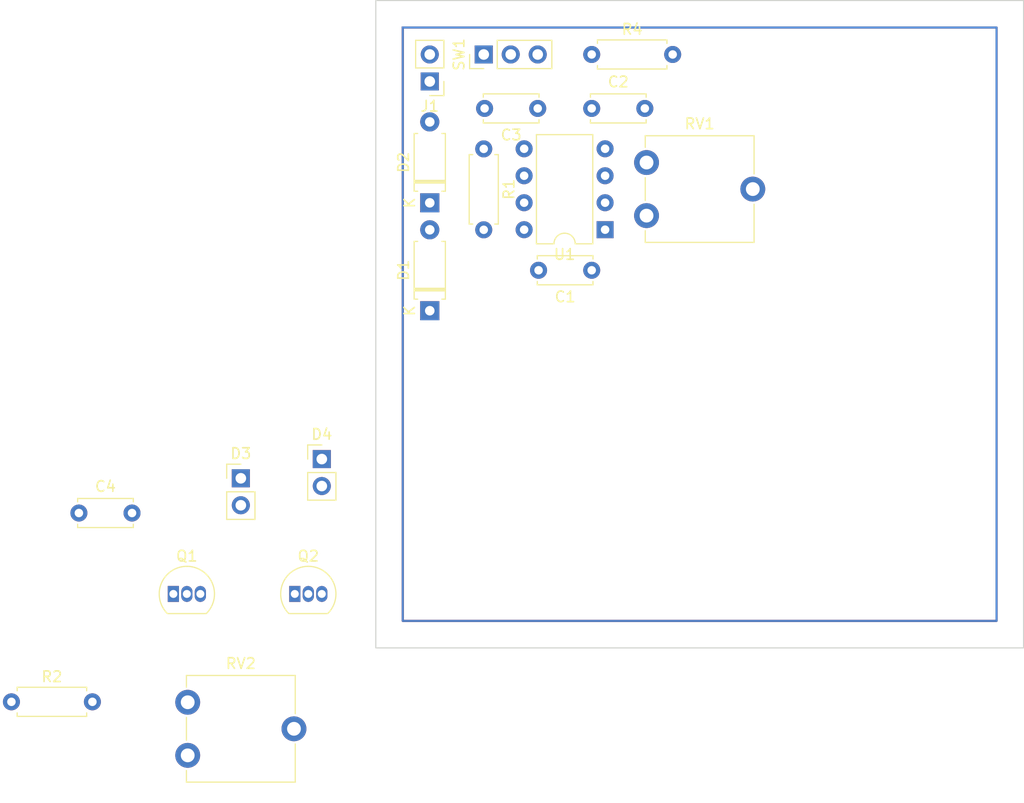
<source format=kicad_pcb>
(kicad_pcb (version 20211014) (generator pcbnew)
  (layers (0 "F.Cu" signal) (31 "B.Cu" signal) (34 "B.Paste" user) (35 "F.Paste" user) (36 "B.SilkS" user "B.Silkscreen") (37 "F.SilkS" user "F.Silkscreen") (38 "B.Mask" user) (39 "F.Mask" user) (44 "Edge.Cuts" user))
  (net 0 "")
  (net 1 "Net-(C1-Pad1)")
  (net 2 "GND")
  (net 3 "Net-(C2-Pad1)")
  (net 4 "+12V")
  (net 5 "Net-(D1-Pad1)")
  (net 6 "Net-(D1-Pad2)")
  (net 7 "Net-(D2-Pad2)")
  (net 8 "Net-(D3-Pad2)")
  (net 9 "Net-(D4-Pad2)")
  (net 10 "Net-(J1-Pad2)")
  (net 11 "Net-(Q2-Pad2)")
  (net 12 "/pwm")
  (net 13 "Net-(R2-Pad2)")
  (footprint "Resistor_THT:R_Axial_DIN0207_L6.3mm_D2.5mm_P7.62mm_Horizontal" (layer "F.Cu") (at 147.32 55.88)
    (fp_text reference "R4" (at 3.81 -2.37) (layer "F.SilkS"))
    (fp_text value "10k")
    (fp_line (start 0.54 -1.04) (end 0.54 -1.37) (layer "F.SilkS") (width 0.12))
    (fp_line (start 0.54 -1.37) (end 7.08 -1.37) (layer "F.SilkS") (width 0.12))
    (fp_line (start 0.54 1.37) (end 7.08 1.37) (layer "F.SilkS") (width 0.12))
    (fp_line (start 7.08 1.37) (end 7.08 1.04) (layer "F.SilkS") (width 0.12))
    (fp_line (start 7.08 -1.37) (end 7.08 -1.04) (layer "F.SilkS") (width 0.12))
    (fp_line (start 0.54 1.04) (end 0.54 1.37) (layer "F.SilkS") (width 0.12))
    (pad "1" thru_hole circle (at 0 0) (size 1.6 1.6) (drill 0.8) (layers *.Cu *.Mask) (net 4 "+12V"))
    (pad "2" thru_hole oval (at 7.62 0) (size 1.6 1.6) (drill 0.8) (layers *.Cu *.Mask) (net 3 "Net-(C2-Pad1)"))
  )
  (footprint "Resistor_THT:R_Axial_DIN0207_L6.3mm_D2.5mm_P7.62mm_Horizontal" (layer "F.Cu") (at 92.71 116.84)
    (fp_text reference "R2" (at 3.81 -2.37) (layer "F.SilkS"))
    (fp_text value "240k")
    (fp_line (start 7.08 -1.37) (end 7.08 -1.04) (layer "F.SilkS") (width 0.12))
    (fp_line (start 0.54 -1.37) (end 7.08 -1.37) (layer "F.SilkS") (width 0.12))
    (fp_line (start 0.54 1.04) (end 0.54 1.37) (layer "F.SilkS") (width 0.12))
    (fp_line (start 0.54 1.37) (end 7.08 1.37) (layer "F.SilkS") (width 0.12))
    (fp_line (start 7.08 1.37) (end 7.08 1.04) (layer "F.SilkS") (width 0.12))
    (fp_line (start 0.54 -1.04) (end 0.54 -1.37) (layer "F.SilkS") (width 0.12))
    (pad "1" thru_hole circle (at 0 0) (size 1.6 1.6) (drill 0.8) (layers *.Cu *.Mask) (net 12 "/pwm"))
    (pad "2" thru_hole oval (at 7.62 0) (size 1.6 1.6) (drill 0.8) (layers *.Cu *.Mask) (net 13 "Net-(R2-Pad2)"))
  )
  (footprint "Package_DIP:DIP-8_W7.62mm" (layer "F.Cu") (at 148.58 72.38 180)
    (fp_text reference "U1" (at 3.81 -2.33) (layer "F.SilkS"))
    (fp_text value "LM555xN")
    (fp_line (start 6.46 -1.33) (end 4.81 -1.33) (layer "F.SilkS") (width 0.12))
    (fp_line (start 1.16 8.95) (end 6.46 8.95) (layer "F.SilkS") (width 0.12))
    (fp_line (start 6.46 8.95) (end 6.46 -1.33) (layer "F.SilkS") (width 0.12))
    (fp_line (start 2.81 -1.33) (end 1.16 -1.33) (layer "F.SilkS") (width 0.12))
    (fp_line (start 1.16 -1.33) (end 1.16 8.95) (layer "F.SilkS") (width 0.12))
    (fp_arc (start 4.81 -1.33) (mid 3.81 -0.33) (end 2.81 -1.33) (layer "F.SilkS") (width 0.12))
    (pad "1" thru_hole rect (at 0 0 180) (size 1.6 1.6) (drill 0.8) (layers *.Cu *.Mask) (net 2 "GND"))
    (pad "2" thru_hole oval (at 0 2.54 180) (size 1.6 1.6) (drill 0.8) (layers *.Cu *.Mask) (net 7 "Net-(D2-Pad2)"))
    (pad "3" thru_hole oval (at 0 5.08 180) (size 1.6 1.6) (drill 0.8) (layers *.Cu *.Mask) (net 12 "/pwm"))
    (pad "4" thru_hole oval (at 0 7.62 180) (size 1.6 1.6) (drill 0.8) (layers *.Cu *.Mask) (net 3 "Net-(C2-Pad1)"))
    (pad "5" thru_hole oval (at 7.62 7.62 180) (size 1.6 1.6) (drill 0.8) (layers *.Cu *.Mask))
    (pad "6" thru_hole oval (at 7.62 5.08 180) (size 1.6 1.6) (drill 0.8) (layers *.Cu *.Mask) (net 7 "Net-(D2-Pad2)"))
    (pad "7" thru_hole oval (at 7.62 2.54 180) (size 1.6 1.6) (drill 0.8) (layers *.Cu *.Mask) (net 6 "Net-(D1-Pad2)"))
    (pad "8" thru_hole oval (at 7.62 0 180) (size 1.6 1.6) (drill 0.8) (layers *.Cu *.Mask) (net 4 "+12V"))
  )
  (footprint "Package_TO_SOT_THT:TO-92_Inline" (layer "F.Cu") (at 107.95 106.68)
    (fp_text reference "Q1" (at 1.27 -3.56) (layer "F.SilkS"))
    (fp_text value "BC517")
    (fp_line (start -0.53 1.85) (end 3.07 1.85) (layer "F.SilkS") (width 0.12))
    (fp_arc (start -0.568478 1.838478) (mid -1.132087 -0.994977) (end 1.27 -2.6) (layer "F.SilkS") (width 0.12))
    (fp_arc (start 1.27 -2.6) (mid 3.672087 -0.994977) (end 3.108478 1.838478) (layer "F.SilkS") (width 0.12))
    (pad "1" thru_hole rect (at 0 0) (size 1.05 1.5) (drill 0.75) (layers *.Cu *.Mask) (net 8 "Net-(D3-Pad2)"))
    (pad "2" thru_hole oval (at 1.27 0) (size 1.05 1.5) (drill 0.75) (layers *.Cu *.Mask) (net 11 "Net-(Q2-Pad2)"))
    (pad "3" thru_hole oval (at 2.54 0) (size 1.05 1.5) (drill 0.75) (layers *.Cu *.Mask) (net 2 "GND"))
  )
  (footprint "Diode_THT:D_A-405_P7.62mm_Horizontal" (layer "F.Cu") (at 132.08 80.01 90)
    (fp_text reference "D1" (at 3.81 -2.47 90) (layer "F.SilkS"))
    (fp_text value "DIODE")
    (fp_text user "K" (at 0 -1.9 90) (layer "F.SilkS"))
    (fp_line (start 6.53 -1.47) (end 6.53 -1.14) (layer "F.SilkS") (width 0.12))
    (fp_line (start 1.09 -1.14) (end 1.09 -1.47) (layer "F.SilkS") (width 0.12))
    (fp_line (start 1.09 -1.47) (end 6.53 -1.47) (layer "F.SilkS") (width 0.12))
    (fp_line (start 6.53 1.47) (end 6.53 1.14) (layer "F.SilkS") (width 0.12))
    (fp_line (start 1.87 -1.47) (end 1.87 1.47) (layer "F.SilkS") (width 0.12))
    (fp_line (start 1.09 1.47) (end 6.53 1.47) (layer "F.SilkS") (width 0.12))
    (fp_line (start 2.11 -1.47) (end 2.11 1.47) (layer "F.SilkS") (width 0.12))
    (fp_line (start 1.09 1.14) (end 1.09 1.47) (layer "F.SilkS") (width 0.12))
    (fp_line (start 1.99 -1.47) (end 1.99 1.47) (layer "F.SilkS") (width 0.12))
    (pad "1" thru_hole rect (at 0 0 90) (size 1.8 1.8) (drill 0.9) (layers *.Cu *.Mask) (net 5 "Net-(D1-Pad1)"))
    (pad "2" thru_hole oval (at 7.62 0 90) (size 1.8 1.8) (drill 0.9) (layers *.Cu *.Mask) (net 6 "Net-(D1-Pad2)"))
  )
  (footprint "Capacitor_THT:C_Disc_D5.0mm_W2.5mm_P5.00mm" (layer "F.Cu") (at 99.06 99.06)
    (fp_text reference "C4" (at 2.5 -2.5) (layer "F.SilkS"))
    (fp_text value "100n")
    (fp_line (start -0.12 -1.37) (end -0.12 -1.055) (layer "F.SilkS") (width 0.12))
    (fp_line (start 5.12 -1.37) (end 5.12 -1.055) (layer "F.SilkS") (width 0.12))
    (fp_line (start -0.12 1.37) (end 5.12 1.37) (layer "F.SilkS") (width 0.12))
    (fp_line (start 5.12 1.055) (end 5.12 1.37) (layer "F.SilkS") (width 0.12))
    (fp_line (start -0.12 1.055) (end -0.12 1.37) (layer "F.SilkS") (width 0.12))
    (fp_line (start -0.12 -1.37) (end 5.12 -1.37) (layer "F.SilkS") (width 0.12))
    (pad "1" thru_hole circle (at 0 0) (size 1.6 1.6) (drill 0.8) (layers *.Cu *.Mask) (net 4 "+12V"))
    (pad "2" thru_hole circle (at 5 0) (size 1.6 1.6) (drill 0.8) (layers *.Cu *.Mask) (net 2 "GND"))
  )
  (footprint "Potentiometer_THT:Potentiometer_ACP_CA9-V10_Vertical_Hole" (layer "F.Cu") (at 109.3 121.88)
    (fp_text reference "RV2" (at 5 -8.65) (layer "F.SilkS"))
    (fp_text value "220k")
    (fp_line (start -0.12 -7.521) (end 10.12 -7.521) (layer "F.SilkS") (width 0.12))
    (fp_line (start 10.12 -1.075) (end 10.12 2.52) (layer "F.SilkS") (width 0.12))
    (fp_line (start -0.12 -3.574) (end -0.12 -1.425) (layer "F.SilkS") (width 0.12))
    (fp_line (start 10.12 -7.521) (end 10.12 -3.925) (layer "F.SilkS") (width 0.12))
    (fp_line (start -0.12 1.425) (end -0.12 2.52) (layer "F.SilkS") (width 0.12))
    (fp_line (start -0.12 2.52) (end 10.12 2.52) (layer "F.SilkS") (width 0.12))
    (fp_line (start -0.12 -7.521) (end -0.12 -6.426) (layer "F.SilkS") (width 0.12))
    (pad "" np_thru_hole circle (at 5 -2.5) (size 4 4) (drill 4) (layers *.Cu *.Mask))
    (pad "1" thru_hole circle (at 0 0) (size 2.34 2.34) (drill 1.3) (layers *.Cu *.Mask) (net 13 "Net-(R2-Pad2)"))
    (pad "2" thru_hole circle (at 10 -2.5) (size 2.34 2.34) (drill 1.3) (layers *.Cu *.Mask) (net 11 "Net-(Q2-Pad2)"))
    (pad "3" thru_hole circle (at 0 -5) (size 2.34 2.34) (drill 1.3) (layers *.Cu *.Mask) (net 11 "Net-(Q2-Pad2)"))
  )
  (footprint "Package_TO_SOT_THT:TO-92_Inline" (layer "F.Cu") (at 119.38 106.68)
    (fp_text reference "Q2" (at 1.27 -3.56) (layer "F.SilkS"))
    (fp_text value "BC516")
    (fp_line (start -0.53 1.85) (end 3.07 1.85) (layer "F.SilkS") (width 0.12))
    (fp_arc (start 1.27 -2.6) (mid 3.672087 -0.994977) (end 3.108478 1.838478) (layer "F.SilkS") (width 0.12))
    (fp_arc (start -0.568478 1.838478) (mid -1.132087 -0.994977) (end 1.27 -2.6) (layer "F.SilkS") (width 0.12))
    (pad "1" thru_hole rect (at 0 0) (size 1.05 1.5) (drill 0.75) (layers *.Cu *.Mask) (net 9 "Net-(D4-Pad2)"))
    (pad "2" thru_hole oval (at 1.27 0) (size 1.05 1.5) (drill 0.75) (layers *.Cu *.Mask) (net 11 "Net-(Q2-Pad2)"))
    (pad "3" thru_hole oval (at 2.54 0) (size 1.05 1.5) (drill 0.75) (layers *.Cu *.Mask) (net 2 "GND"))
  )
  (footprint "Capacitor_THT:C_Disc_D5.0mm_W2.5mm_P5.00mm" (layer "F.Cu") (at 142.24 60.96 180)
    (fp_text reference "C3" (at 2.5 -2.5) (layer "F.SilkS"))
    (fp_text value "100n")
    (fp_line (start 5.12 -1.37) (end 5.12 -1.055) (layer "F.SilkS") (width 0.12))
    (fp_line (start -0.12 1.37) (end 5.12 1.37) (layer "F.SilkS") (width 0.12))
    (fp_line (start -0.12 -1.37) (end 5.12 -1.37) (layer "F.SilkS") (width 0.12))
    (fp_line (start -0.12 -1.37) (end -0.12 -1.055) (layer "F.SilkS") (width 0.12))
    (fp_line (start -0.12 1.055) (end -0.12 1.37) (layer "F.SilkS") (width 0.12))
    (fp_line (start 5.12 1.055) (end 5.12 1.37) (layer "F.SilkS") (width 0.12))
    (pad "1" thru_hole circle (at 0 0 180) (size 1.6 1.6) (drill 0.8) (layers *.Cu *.Mask) (net 4 "+12V"))
    (pad "2" thru_hole circle (at 5 0 180) (size 1.6 1.6) (drill 0.8) (layers *.Cu *.Mask) (net 2 "GND"))
  )
  (footprint "Connector_PinHeader_2.54mm:PinHeader_1x02_P2.54mm_Vertical" (layer "F.Cu") (at 132.08 58.42 180)
    (fp_text reference "J1" (at 0 -2.33) (layer "F.SilkS"))
    (fp_text value "Conn_01x02")
    (fp_line (start -1.33 1.27) (end -1.33 3.87) (layer "F.SilkS") (width 0.12))
    (fp_line (start 1.33 1.27) (end 1.33 3.87) (layer "F.SilkS") (width 0.12))
    (fp_line (start -1.33 -1.33) (end 0 -1.33) (layer "F.SilkS") (width 0.12))
    (fp_line (start -1.33 3.87) (end 1.33 3.87) (layer "F.SilkS") (width 0.12))
    (fp_line (start -1.33 0) (end -1.33 -1.33) (layer "F.SilkS") (width 0.12))
    (fp_line (start -1.33 1.27) (end 1.33 1.27) (layer "F.SilkS") (width 0.12))
    (pad "1" thru_hole rect (at 0 0 180) (size 1.7 1.7) (drill 1) (layers *.Cu *.Mask) (net 2 "GND"))
    (pad "2" thru_hole oval (at 0 2.54 180) (size 1.7 1.7) (drill 1) (layers *.Cu *.Mask) (net 10 "Net-(J1-Pad2)"))
  )
  (footprint "Connector_PinHeader_2.54mm:PinHeader_1x02_P2.54mm_Vertical" (layer "F.Cu") (at 121.92 93.98)
    (fp_text reference "D4" (at 0 -2.33) (layer "F.SilkS"))
    (fp_text value "LED_AGBR")
    (fp_line (start -1.33 -1.33) (end 0 -1.33) (layer "F.SilkS") (width 0.12))
    (fp_line (start 1.33 1.27) (end 1.33 3.87) (layer "F.SilkS") (width 0.12))
    (fp_line (start -1.33 1.27) (end -1.33 3.87) (layer "F.SilkS") (width 0.12))
    (fp_line (start -1.33 3.87) (end 1.33 3.87) (layer "F.SilkS") (width 0.12))
    (fp_line (start -1.33 0) (end -1.33 -1.33) (layer "F.SilkS") (width 0.12))
    (fp_line (start -1.33 1.27) (end 1.33 1.27) (layer "F.SilkS") (width 0.12))
    (pad "1" thru_hole rect (at 0 0) (size 1.7 1.7) (drill 1) (layers *.Cu *.Mask) (net 4 "+12V"))
    (pad "2" thru_hole oval (at 0 2.54) (size 1.7 1.7) (drill 1) (layers *.Cu *.Mask) (net 9 "Net-(D4-Pad2)"))
  )
  (footprint "Resistor_THT:R_Axial_DIN0207_L6.3mm_D2.5mm_P7.62mm_Horizontal" (layer "F.Cu") (at 137.16 64.77 -90)
    (fp_text reference "R1" (at 3.81 -2.37 90) (layer "F.SilkS"))
    (fp_text value "10k")
    (fp_line (start 0.54 -1.37) (end 7.08 -1.37) (layer "F.SilkS") (width 0.12))
    (fp_line (start 7.08 -1.37) (end 7.08 -1.04) (layer "F.SilkS") (width 0.12))
    (fp_line (start 7.08 1.37) (end 7.08 1.04) (layer "F.SilkS") (width 0.12))
    (fp_line (start 0.54 1.37) (end 7.08 1.37) (layer "F.SilkS") (width 0.12))
    (fp_line (start 0.54 1.04) (end 0.54 1.37) (layer "F.SilkS") (width 0.12))
    (fp_line (start 0.54 -1.04) (end 0.54 -1.37) (layer "F.SilkS") (width 0.12))
    (pad "1" thru_hole circle (at 0 0 270) (size 1.6 1.6) (drill 0.8) (layers *.Cu *.Mask) (net 4 "+12V"))
    (pad "2" thru_hole oval (at 7.62 0 270) (size 1.6 1.6) (drill 0.8) (layers *.Cu *.Mask) (net 6 "Net-(D1-Pad2)"))
  )
  (footprint "Connector_PinHeader_2.54mm:PinHeader_1x02_P2.54mm_Vertical" (layer "F.Cu") (at 114.3 95.79)
    (fp_text reference "D3" (at 0 -2.33) (layer "F.SilkS"))
    (fp_text value "LED_AGBR")
    (fp_line (start -1.33 -1.33) (end 0 -1.33) (layer "F.SilkS") (width 0.12))
    (fp_line (start -1.33 1.27) (end 1.33 1.27) (layer "F.SilkS") (width 0.12))
    (fp_line (start -1.33 1.27) (end -1.33 3.87) (layer "F.SilkS") (width 0.12))
    (fp_line (start 1.33 1.27) (end 1.33 3.87) (layer "F.SilkS") (width 0.12))
    (fp_line (start -1.33 3.87) (end 1.33 3.87) (layer "F.SilkS") (width 0.12))
    (fp_line (start -1.33 0) (end -1.33 -1.33) (layer "F.SilkS") (width 0.12))
    (pad "1" thru_hole rect (at 0 0) (size 1.7 1.7) (drill 1) (layers *.Cu *.Mask) (net 4 "+12V"))
    (pad "2" thru_hole oval (at 0 2.54) (size 1.7 1.7) (drill 1) (layers *.Cu *.Mask) (net 8 "Net-(D3-Pad2)"))
  )
  (footprint "Capacitor_THT:C_Disc_D5.0mm_W2.5mm_P5.00mm" (layer "F.Cu") (at 147.32 60.96)
    (fp_text reference "C2" (at 2.5 -2.5) (layer "F.SilkS"))
    (fp_text value "100n")
    (fp_line (start -0.12 -1.37) (end 5.12 -1.37) (layer "F.SilkS") (width 0.12))
    (fp_line (start -0.12 -1.37) (end -0.12 -1.055) (layer "F.SilkS") (width 0.12))
    (fp_line (start 5.12 1.055) (end 5.12 1.37) (layer "F.SilkS") (width 0.12))
    (fp_line (start 5.12 -1.37) (end 5.12 -1.055) (layer "F.SilkS") (width 0.12))
    (fp_line (start -0.12 1.055) (end -0.12 1.37) (layer "F.SilkS") (width 0.12))
    (fp_line (start -0.12 1.37) (end 5.12 1.37) (layer "F.SilkS") (width 0.12))
    (pad "1" thru_hole circle (at 0 0) (size 1.6 1.6) (drill 0.8) (layers *.Cu *.Mask) (net 3 "Net-(C2-Pad1)"))
    (pad "2" thru_hole circle (at 5 0) (size 1.6 1.6) (drill 0.8) (layers *.Cu *.Mask) (net 2 "GND"))
  )
  (footprint "Diode_THT:D_A-405_P7.62mm_Horizontal" (layer "F.Cu") (at 132.08 69.85 90)
    (fp_text reference "D2" (at 3.81 -2.47 90) (layer "F.SilkS"))
    (fp_text value "DIODE")
    (fp_text user "K" (at 0 -1.9 90) (layer "F.SilkS"))
    (fp_line (start 6.53 -1.47) (end 6.53 -1.14) (layer "F.SilkS") (width 0.12))
    (fp_line (start 1.87 -1.47) (end 1.87 1.47) (layer "F.SilkS") (width 0.12))
    (fp_line (start 6.53 1.47) (end 6.53 1.14) (layer "F.SilkS") (width 0.12))
    (fp_line (start 1.09 1.14) (end 1.09 1.47) (layer "F.SilkS") (width 0.12))
    (fp_line (start 1.09 -1.14) (end 1.09 -1.47) (layer "F.SilkS") (width 0.12))
    (fp_line (start 1.09 1.47) (end 6.53 1.47) (layer "F.SilkS") (width 0.12))
    (fp_line (start 1.09 -1.47) (end 6.53 -1.47) (layer "F.SilkS") (width 0.12))
    (fp_line (start 2.11 -1.47) (end 2.11 1.47) (layer "F.SilkS") (width 0.12))
    (fp_line (start 1.99 -1.47) (end 1.99 1.47) (layer "F.SilkS") (width 0.12))
    (pad "1" thru_hole rect (at 0 0 90) (size 1.8 1.8) (drill 0.9) (layers *.Cu *.Mask) (net 6 "Net-(D1-Pad2)"))
    (pad "2" thru_hole oval (at 7.62 0 90) (size 1.8 1.8) (drill 0.9) (layers *.Cu *.Mask) (net 7 "Net-(D2-Pad2)"))
  )
  (footprint "Capacitor_THT:C_Disc_D5.0mm_W2.5mm_P5.00mm" (layer "F.Cu") (at 147.32 76.2 180)
    (fp_text reference "C1" (at 2.5 -2.5) (layer "F.SilkS"))
    (fp_text value "1n")
    (fp_line (start 5.12 -1.37) (end 5.12 -1.055) (layer "F.SilkS") (width 0.12))
    (fp_line (start -0.12 -1.37) (end -0.12 -1.055) (layer "F.SilkS") (width 0.12))
    (fp_line (start 5.12 1.055) (end 5.12 1.37) (layer "F.SilkS") (width 0.12))
    (fp_line (start -0.12 1.37) (end 5.12 1.37) (layer "F.SilkS") (width 0.12))
    (fp_line (start -0.12 1.055) (end -0.12 1.37) (layer "F.SilkS") (width 0.12))
    (fp_line (start -0.12 -1.37) (end 5.12 -1.37) (layer "F.SilkS") (width 0.12))
    (pad "1" thru_hole circle (at 0 0 180) (size 1.6 1.6) (drill 0.8) (layers *.Cu *.Mask) (net 1 "Net-(C1-Pad1)"))
    (pad "2" thru_hole circle (at 5 0 180) (size 1.6 1.6) (drill 0.8) (layers *.Cu *.Mask) (net 2 "GND"))
  )
  (footprint "Potentiometer_THT:Potentiometer_ACP_CA9-V10_Vertical_Hole" (layer "F.Cu") (at 152.48 71.055)
    (fp_text reference "RV1" (at 5 -8.65) (layer "F.SilkS"))
    (fp_text value "10k")
    (fp_line (start 10.12 -1.075) (end 10.12 2.52) (layer "F.SilkS") (width 0.12))
    (fp_line (start -0.12 -3.574) (end -0.12 -1.425) (layer "F.SilkS") (width 0.12))
    (fp_line (start -0.12 2.52) (end 10.12 2.52) (layer "F.SilkS") (width 0.12))
    (fp_line (start -0.12 1.425) (end -0.12 2.52) (layer "F.SilkS") (width 0.12))
    (fp_line (start -0.12 -7.521) (end -0.12 -6.426) (layer "F.SilkS") (width 0.12))
    (fp_line (start -0.12 -7.521) (end 10.12 -7.521) (layer "F.SilkS") (width 0.12))
    (fp_line (start 10.12 -7.521) (end 10.12 -3.925) (layer "F.SilkS") (width 0.12))
    (pad "" np_thru_hole circle (at 5 -2.5) (size 4 4) (drill 4) (layers *.Cu *.Mask))
    (pad "1" thru_hole circle (at 0 0) (size 2.34 2.34) (drill 1.3) (layers *.Cu *.Mask) (net 7 "Net-(D2-Pad2)"))
    (pad "2" thru_hole circle (at 10 -2.5) (size 2.34 2.34) (drill 1.3) (layers *.Cu *.Mask) (net 1 "Net-(C1-Pad1)"))
    (pad "3" thru_hole circle (at 0 -5) (size 2.34 2.34) (drill 1.3) (layers *.Cu *.Mask) (net 5 "Net-(D1-Pad1)"))
  )
  (footprint "Connector_PinHeader_2.54mm:PinHeader_1x03_P2.54mm_Vertical" (layer "F.Cu") (at 137.16 55.88 90)
    (fp_text reference "SW1" (at 0 -2.33 90) (layer "F.SilkS"))
    (fp_text value "SW_SPST")
    (fp_line (start -1.33 -1.33) (end 0 -1.33) (layer "F.SilkS") (width 0.12))
    (fp_line (start -1.33 1.27) (end 1.33 1.27) (layer "F.SilkS") (width 0.12))
    (fp_line (start -1.33 1.27) (end -1.33 6.41) (layer "F.SilkS") (width 0.12))
    (fp_line (start -1.33 6.41) (end 1.33 6.41) (layer "F.SilkS") (width 0.12))
    (fp_line (start 1.33 1.27) (end 1.33 6.41) (layer "F.SilkS") (width 0.12))
    (fp_line (start -1.33 0) (end -1.33 -1.33) (layer "F.SilkS") (width 0.12))
    (pad "1" thru_hole rect (at 0 0 90) (size 1.7 1.7) (drill 1) (layers *.Cu *.Mask) (net 10 "Net-(J1-Pad2)"))
    (pad "2" thru_hole oval (at 0 2.54 90) (size 1.7 1.7) (drill 1) (layers *.Cu *.Mask) (net 4 "+12V"))
    (pad "3" thru_hole oval (at 0 5.08 90) (size 1.7 1.7) (drill 1) (layers *.Cu *.Mask))
  )
  (gr_rect (start 129.54 53.34) (end 185.42 109.22) (layer "F.Cu") (width 0.2) (fill none))
  (gr_rect (start 129.54 53.34) (end 185.42 109.22) (layer "B.Cu") (width 0.2) (fill none))
  (gr_rect (start 127 50.8) (end 187.96 111.76) (layer "Edge.Cuts") (width 0.1) (fill none))
)
</source>
